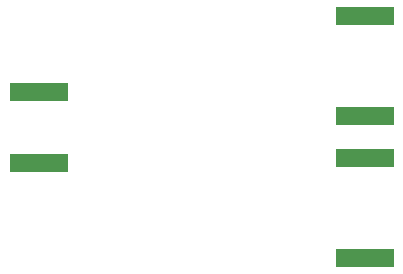
<source format=gbr>
G04 EAGLE Gerber RS-274X export*
G75*
%MOMM*%
%FSLAX34Y34*%
%LPD*%
%INSolderpaste Bottom*%
%IPPOS*%
%AMOC8*
5,1,8,0,0,1.08239X$1,22.5*%
G01*
%ADD10R,4.900000X1.580000*%
%ADD11R,4.900000X1.600000*%


D10*
X637800Y527800D03*
X637800Y467800D03*
D11*
X914000Y592500D03*
X914000Y507500D03*
X914000Y472500D03*
X914000Y387500D03*
M02*

</source>
